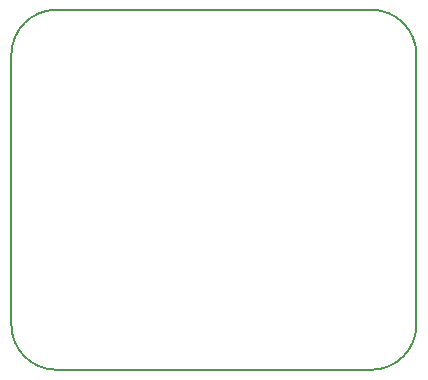
<source format=gbr>
G04 #@! TF.GenerationSoftware,KiCad,Pcbnew,(5.0.0)*
G04 #@! TF.CreationDate,2018-09-14T19:56:37-05:00*
G04 #@! TF.ProjectId,light sensitive demo,6C696768742073656E73697469766520,rev?*
G04 #@! TF.SameCoordinates,Original*
G04 #@! TF.FileFunction,Profile,NP*
%FSLAX46Y46*%
G04 Gerber Fmt 4.6, Leading zero omitted, Abs format (unit mm)*
G04 Created by KiCad (PCBNEW (5.0.0)) date 09/14/18 19:56:37*
%MOMM*%
%LPD*%
G01*
G04 APERTURE LIST*
%ADD10C,0.150000*%
%ADD11C,0.200000*%
G04 APERTURE END LIST*
D10*
X147320000Y-69850000D02*
X173990000Y-69850000D01*
X143510000Y-96520000D02*
X143510000Y-73660000D01*
X173990000Y-100330000D02*
X147320000Y-100330000D01*
X177800000Y-73660000D02*
X177800000Y-96520000D01*
D11*
X143510000Y-73660000D02*
G75*
G02X147320000Y-69850000I3810000J0D01*
G01*
X147320000Y-100330000D02*
G75*
G02X143510000Y-96520000I0J3810000D01*
G01*
X177800000Y-96520000D02*
G75*
G02X173990000Y-100330000I-3810000J0D01*
G01*
X173990000Y-69850000D02*
G75*
G02X177800000Y-73660000I0J-3810000D01*
G01*
M02*

</source>
